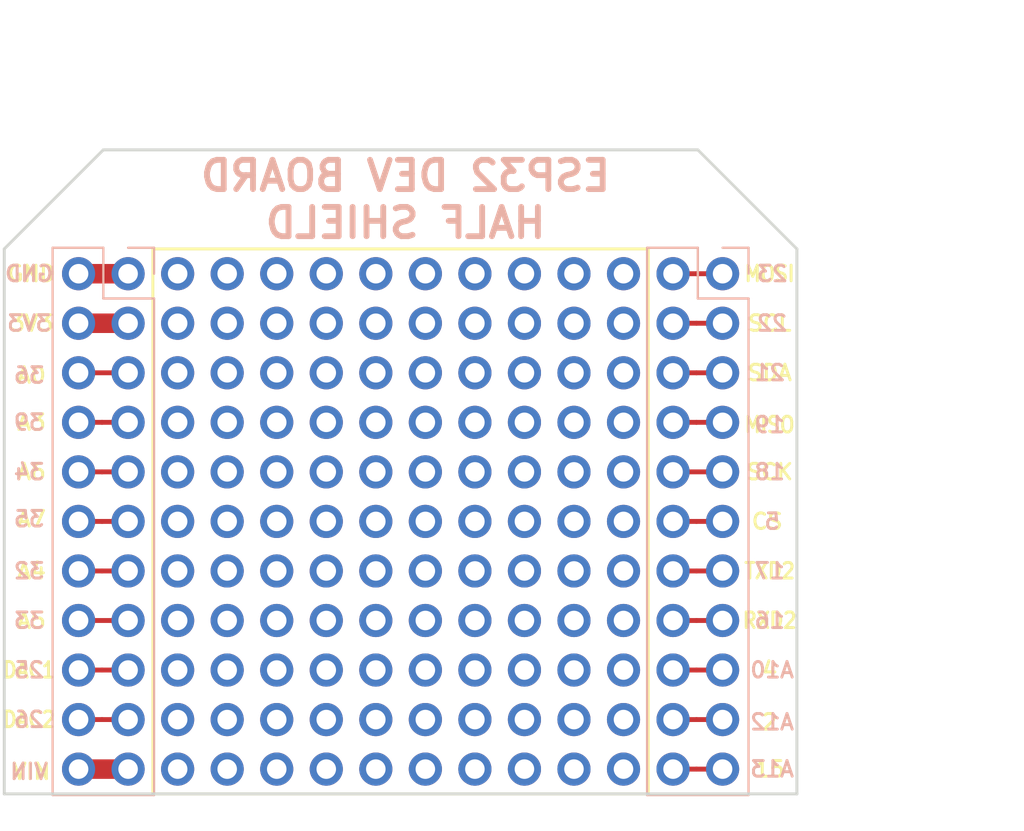
<source format=kicad_pcb>
(kicad_pcb (version 20171130) (host pcbnew 5.0.1)

  (general
    (thickness 1.6)
    (drawings 53)
    (tracks 38)
    (zones 0)
    (modules 3)
    (nets 23)
  )

  (page A4)
  (layers
    (0 F.Cu signal)
    (31 B.Cu signal)
    (32 B.Adhes user)
    (33 F.Adhes user)
    (34 B.Paste user)
    (35 F.Paste user)
    (36 B.SilkS user)
    (37 F.SilkS user)
    (38 B.Mask user)
    (39 F.Mask user)
    (40 Dwgs.User user)
    (41 Cmts.User user)
    (42 Eco1.User user)
    (43 Eco2.User user)
    (44 Edge.Cuts user)
    (45 Margin user)
    (46 B.CrtYd user)
    (47 F.CrtYd user)
    (48 B.Fab user)
    (49 F.Fab user)
  )

  (setup
    (last_trace_width 0.25)
    (trace_clearance 0.2)
    (zone_clearance 0.508)
    (zone_45_only no)
    (trace_min 0.2)
    (segment_width 0.2)
    (edge_width 0.15)
    (via_size 0.8)
    (via_drill 0.4)
    (via_min_size 0.4)
    (via_min_drill 0.3)
    (uvia_size 0.3)
    (uvia_drill 0.1)
    (uvias_allowed no)
    (uvia_min_size 0.2)
    (uvia_min_drill 0.1)
    (pcb_text_width 0.3)
    (pcb_text_size 1.5 1.5)
    (mod_edge_width 0.15)
    (mod_text_size 1 1)
    (mod_text_width 0.15)
    (pad_size 1.7 1.7)
    (pad_drill 1)
    (pad_to_mask_clearance 0.051)
    (solder_mask_min_width 0.25)
    (aux_axis_origin 0 0)
    (visible_elements FFFFFF7F)
    (pcbplotparams
      (layerselection 0x010f0_ffffffff)
      (usegerberextensions true)
      (usegerberattributes false)
      (usegerberadvancedattributes false)
      (creategerberjobfile false)
      (excludeedgelayer true)
      (linewidth 0.100000)
      (plotframeref false)
      (viasonmask false)
      (mode 1)
      (useauxorigin false)
      (hpglpennumber 1)
      (hpglpenspeed 20)
      (hpglpendiameter 15.000000)
      (psnegative false)
      (psa4output false)
      (plotreference false)
      (plotvalue false)
      (plotinvisibletext false)
      (padsonsilk false)
      (subtractmaskfromsilk true)
      (outputformat 1)
      (mirror false)
      (drillshape 0)
      (scaleselection 1)
      (outputdirectory ""))
  )

  (net 0 "")
  (net 1 /VIN)
  (net 2 /DAC2)
  (net 3 /DAC1)
  (net 4 /A5)
  (net 5 /A4)
  (net 6 /A7)
  (net 7 /A6)
  (net 8 /A3)
  (net 9 /A0)
  (net 10 /3V3)
  (net 11 GND)
  (net 12 /MOSI)
  (net 13 /SCL)
  (net 14 /SDA)
  (net 15 /MISO)
  (net 16 /SCK)
  (net 17 /CS)
  (net 18 /TXD2)
  (net 19 /RXD2)
  (net 20 /4)
  (net 21 /2)
  (net 22 /15)

  (net_class Default "これはデフォルトのネット クラスです。"
    (clearance 0.2)
    (trace_width 0.25)
    (via_dia 0.8)
    (via_drill 0.4)
    (uvia_dia 0.3)
    (uvia_drill 0.1)
    (add_net /15)
    (add_net /2)
    (add_net /4)
    (add_net /A0)
    (add_net /A3)
    (add_net /A4)
    (add_net /A5)
    (add_net /A6)
    (add_net /A7)
    (add_net /CS)
    (add_net /DAC1)
    (add_net /DAC2)
    (add_net /MISO)
    (add_net /MOSI)
    (add_net /RXD2)
    (add_net /SCK)
    (add_net /SCL)
    (add_net /SDA)
    (add_net /TXD2)
  )

  (net_class Power ""
    (clearance 0.2)
    (trace_width 1)
    (via_dia 1)
    (via_drill 0.5)
    (uvia_dia 0.3)
    (uvia_drill 0.1)
    (add_net /3V3)
    (add_net /VIN)
    (add_net GND)
  )

  (module Connector_PinHeader_2.54mm:PinHeader_2x11_P2.54mm_Vertical (layer B.Cu) (tedit 5C61170A) (tstamp 5C691BAE)
    (at 167.64 83.82 180)
    (descr "Through hole straight pin header, 2x11, 2.54mm pitch, double rows")
    (tags "Through hole pin header THT 2x11 2.54mm double row")
    (path /5C65C8EA)
    (fp_text reference J2 (at 1.27 2.33 180) (layer B.SilkS) hide
      (effects (font (size 1 1) (thickness 0.15)) (justify mirror))
    )
    (fp_text value Conn_01x22 (at 1.27 -27.73 180) (layer B.Fab)
      (effects (font (size 1 1) (thickness 0.15)) (justify mirror))
    )
    (fp_line (start 0 1.27) (end 3.81 1.27) (layer B.Fab) (width 0.1))
    (fp_line (start 3.81 1.27) (end 3.81 -26.67) (layer B.Fab) (width 0.1))
    (fp_line (start 3.81 -26.67) (end -1.27 -26.67) (layer B.Fab) (width 0.1))
    (fp_line (start -1.27 -26.67) (end -1.27 0) (layer B.Fab) (width 0.1))
    (fp_line (start -1.27 0) (end 0 1.27) (layer B.Fab) (width 0.1))
    (fp_line (start -1.33 -26.73) (end 3.87 -26.73) (layer B.SilkS) (width 0.12))
    (fp_line (start -1.33 -1.27) (end -1.33 -26.73) (layer B.SilkS) (width 0.12))
    (fp_line (start 3.87 1.33) (end 3.87 -26.73) (layer B.SilkS) (width 0.12))
    (fp_line (start -1.33 -1.27) (end 1.27 -1.27) (layer B.SilkS) (width 0.12))
    (fp_line (start 1.27 -1.27) (end 1.27 1.33) (layer B.SilkS) (width 0.12))
    (fp_line (start 1.27 1.33) (end 3.87 1.33) (layer B.SilkS) (width 0.12))
    (fp_line (start -1.33 0) (end -1.33 1.33) (layer B.SilkS) (width 0.12))
    (fp_line (start -1.33 1.33) (end 0 1.33) (layer B.SilkS) (width 0.12))
    (fp_line (start -1.8 1.8) (end -1.8 -27.2) (layer B.CrtYd) (width 0.05))
    (fp_line (start -1.8 -27.2) (end 4.35 -27.2) (layer B.CrtYd) (width 0.05))
    (fp_line (start 4.35 -27.2) (end 4.35 1.8) (layer B.CrtYd) (width 0.05))
    (fp_line (start 4.35 1.8) (end -1.8 1.8) (layer B.CrtYd) (width 0.05))
    (fp_text user %R (at 1.27 -12.7 90) (layer B.Fab)
      (effects (font (size 1 1) (thickness 0.15)) (justify mirror))
    )
    (pad 1 thru_hole circle (at 0 0 180) (size 1.7 1.7) (drill 1) (layers *.Cu *.Mask)
      (net 12 /MOSI))
    (pad 2 thru_hole oval (at 2.54 0 180) (size 1.7 1.7) (drill 1) (layers *.Cu *.Mask)
      (net 12 /MOSI))
    (pad 3 thru_hole oval (at 0 -2.54 180) (size 1.7 1.7) (drill 1) (layers *.Cu *.Mask)
      (net 13 /SCL))
    (pad 4 thru_hole oval (at 2.54 -2.54 180) (size 1.7 1.7) (drill 1) (layers *.Cu *.Mask)
      (net 13 /SCL))
    (pad 5 thru_hole oval (at 0 -5.08 180) (size 1.7 1.7) (drill 1) (layers *.Cu *.Mask)
      (net 14 /SDA))
    (pad 6 thru_hole oval (at 2.54 -5.08 180) (size 1.7 1.7) (drill 1) (layers *.Cu *.Mask)
      (net 14 /SDA))
    (pad 7 thru_hole oval (at 0 -7.62 180) (size 1.7 1.7) (drill 1) (layers *.Cu *.Mask)
      (net 15 /MISO))
    (pad 8 thru_hole oval (at 2.54 -7.62 180) (size 1.7 1.7) (drill 1) (layers *.Cu *.Mask)
      (net 15 /MISO))
    (pad 9 thru_hole oval (at 0 -10.16 180) (size 1.7 1.7) (drill 1) (layers *.Cu *.Mask)
      (net 16 /SCK))
    (pad 10 thru_hole oval (at 2.54 -10.16 180) (size 1.7 1.7) (drill 1) (layers *.Cu *.Mask)
      (net 16 /SCK))
    (pad 11 thru_hole oval (at 0 -12.7 180) (size 1.7 1.7) (drill 1) (layers *.Cu *.Mask)
      (net 17 /CS))
    (pad 12 thru_hole oval (at 2.54 -12.7 180) (size 1.7 1.7) (drill 1) (layers *.Cu *.Mask)
      (net 17 /CS))
    (pad 13 thru_hole oval (at 0 -15.24 180) (size 1.7 1.7) (drill 1) (layers *.Cu *.Mask)
      (net 18 /TXD2))
    (pad 14 thru_hole oval (at 2.54 -15.24 180) (size 1.7 1.7) (drill 1) (layers *.Cu *.Mask)
      (net 18 /TXD2))
    (pad 15 thru_hole oval (at 0 -17.78 180) (size 1.7 1.7) (drill 1) (layers *.Cu *.Mask)
      (net 19 /RXD2))
    (pad 16 thru_hole oval (at 2.54 -17.78 180) (size 1.7 1.7) (drill 1) (layers *.Cu *.Mask)
      (net 19 /RXD2))
    (pad 17 thru_hole oval (at 0 -20.32 180) (size 1.7 1.7) (drill 1) (layers *.Cu *.Mask)
      (net 20 /4))
    (pad 18 thru_hole oval (at 2.54 -20.32 180) (size 1.7 1.7) (drill 1) (layers *.Cu *.Mask)
      (net 20 /4))
    (pad 19 thru_hole oval (at 0 -22.86 180) (size 1.7 1.7) (drill 1) (layers *.Cu *.Mask)
      (net 21 /2))
    (pad 20 thru_hole oval (at 2.54 -22.86 180) (size 1.7 1.7) (drill 1) (layers *.Cu *.Mask)
      (net 21 /2))
    (pad 21 thru_hole oval (at 0 -25.4 180) (size 1.7 1.7) (drill 1) (layers *.Cu *.Mask)
      (net 22 /15))
    (pad 22 thru_hole oval (at 2.54 -25.4 180) (size 1.7 1.7) (drill 1) (layers *.Cu *.Mask)
      (net 22 /15))
    (model ${KISYS3DMOD}/Connector_PinHeader_2.54mm.3dshapes/PinHeader_2x11_P2.54mm_Vertical.wrl
      (at (xyz 0 0 0))
      (scale (xyz 1 1 1))
      (rotate (xyz 0 0 0))
    )
  )

  (module Connector_PinHeader_2.54mm:PinHeader_2x11_P2.54mm_Vertical (layer B.Cu) (tedit 5C611705) (tstamp 5C691B82)
    (at 137.16 83.82 180)
    (descr "Through hole straight pin header, 2x11, 2.54mm pitch, double rows")
    (tags "Through hole pin header THT 2x11 2.54mm double row")
    (path /5C65C92D)
    (fp_text reference J1 (at 1.27 2.33 180) (layer B.SilkS) hide
      (effects (font (size 1 1) (thickness 0.15)) (justify mirror))
    )
    (fp_text value Conn_01x22 (at 1.27 -27.73 180) (layer B.Fab)
      (effects (font (size 1 1) (thickness 0.15)) (justify mirror))
    )
    (fp_text user %R (at 1.27 -12.7 90) (layer B.Fab)
      (effects (font (size 1 1) (thickness 0.15)) (justify mirror))
    )
    (fp_line (start 4.35 1.8) (end -1.8 1.8) (layer B.CrtYd) (width 0.05))
    (fp_line (start 4.35 -27.2) (end 4.35 1.8) (layer B.CrtYd) (width 0.05))
    (fp_line (start -1.8 -27.2) (end 4.35 -27.2) (layer B.CrtYd) (width 0.05))
    (fp_line (start -1.8 1.8) (end -1.8 -27.2) (layer B.CrtYd) (width 0.05))
    (fp_line (start -1.33 1.33) (end 0 1.33) (layer B.SilkS) (width 0.12))
    (fp_line (start -1.33 0) (end -1.33 1.33) (layer B.SilkS) (width 0.12))
    (fp_line (start 1.27 1.33) (end 3.87 1.33) (layer B.SilkS) (width 0.12))
    (fp_line (start 1.27 -1.27) (end 1.27 1.33) (layer B.SilkS) (width 0.12))
    (fp_line (start -1.33 -1.27) (end 1.27 -1.27) (layer B.SilkS) (width 0.12))
    (fp_line (start 3.87 1.33) (end 3.87 -26.73) (layer B.SilkS) (width 0.12))
    (fp_line (start -1.33 -1.27) (end -1.33 -26.73) (layer B.SilkS) (width 0.12))
    (fp_line (start -1.33 -26.73) (end 3.87 -26.73) (layer B.SilkS) (width 0.12))
    (fp_line (start -1.27 0) (end 0 1.27) (layer B.Fab) (width 0.1))
    (fp_line (start -1.27 -26.67) (end -1.27 0) (layer B.Fab) (width 0.1))
    (fp_line (start 3.81 -26.67) (end -1.27 -26.67) (layer B.Fab) (width 0.1))
    (fp_line (start 3.81 1.27) (end 3.81 -26.67) (layer B.Fab) (width 0.1))
    (fp_line (start 0 1.27) (end 3.81 1.27) (layer B.Fab) (width 0.1))
    (pad 22 thru_hole oval (at 2.54 -25.4 180) (size 1.7 1.7) (drill 1) (layers *.Cu *.Mask)
      (net 1 /VIN))
    (pad 21 thru_hole oval (at 0 -25.4 180) (size 1.7 1.7) (drill 1) (layers *.Cu *.Mask)
      (net 1 /VIN))
    (pad 20 thru_hole oval (at 2.54 -22.86 180) (size 1.7 1.7) (drill 1) (layers *.Cu *.Mask)
      (net 2 /DAC2))
    (pad 19 thru_hole oval (at 0 -22.86 180) (size 1.7 1.7) (drill 1) (layers *.Cu *.Mask)
      (net 2 /DAC2))
    (pad 18 thru_hole oval (at 2.54 -20.32 180) (size 1.7 1.7) (drill 1) (layers *.Cu *.Mask)
      (net 3 /DAC1))
    (pad 17 thru_hole oval (at 0 -20.32 180) (size 1.7 1.7) (drill 1) (layers *.Cu *.Mask)
      (net 3 /DAC1))
    (pad 16 thru_hole oval (at 2.54 -17.78 180) (size 1.7 1.7) (drill 1) (layers *.Cu *.Mask)
      (net 4 /A5))
    (pad 15 thru_hole oval (at 0 -17.78 180) (size 1.7 1.7) (drill 1) (layers *.Cu *.Mask)
      (net 4 /A5))
    (pad 14 thru_hole oval (at 2.54 -15.24 180) (size 1.7 1.7) (drill 1) (layers *.Cu *.Mask)
      (net 5 /A4))
    (pad 13 thru_hole oval (at 0 -15.24 180) (size 1.7 1.7) (drill 1) (layers *.Cu *.Mask)
      (net 5 /A4))
    (pad 12 thru_hole oval (at 2.54 -12.7 180) (size 1.7 1.7) (drill 1) (layers *.Cu *.Mask)
      (net 6 /A7))
    (pad 11 thru_hole oval (at 0 -12.7 180) (size 1.7 1.7) (drill 1) (layers *.Cu *.Mask)
      (net 6 /A7))
    (pad 10 thru_hole oval (at 2.54 -10.16 180) (size 1.7 1.7) (drill 1) (layers *.Cu *.Mask)
      (net 7 /A6))
    (pad 9 thru_hole oval (at 0 -10.16 180) (size 1.7 1.7) (drill 1) (layers *.Cu *.Mask)
      (net 7 /A6))
    (pad 8 thru_hole oval (at 2.54 -7.62 180) (size 1.7 1.7) (drill 1) (layers *.Cu *.Mask)
      (net 8 /A3))
    (pad 7 thru_hole oval (at 0 -7.62 180) (size 1.7 1.7) (drill 1) (layers *.Cu *.Mask)
      (net 8 /A3))
    (pad 6 thru_hole oval (at 2.54 -5.08 180) (size 1.7 1.7) (drill 1) (layers *.Cu *.Mask)
      (net 9 /A0))
    (pad 5 thru_hole oval (at 0 -5.08 180) (size 1.7 1.7) (drill 1) (layers *.Cu *.Mask)
      (net 9 /A0))
    (pad 4 thru_hole oval (at 2.54 -2.54 180) (size 1.7 1.7) (drill 1) (layers *.Cu *.Mask)
      (net 10 /3V3))
    (pad 3 thru_hole oval (at 0 -2.54 180) (size 1.7 1.7) (drill 1) (layers *.Cu *.Mask)
      (net 10 /3V3))
    (pad 2 thru_hole oval (at 2.54 0 180) (size 1.7 1.7) (drill 1) (layers *.Cu *.Mask)
      (net 11 GND))
    (pad 1 thru_hole circle (at 0 0 180) (size 1.7 1.7) (drill 1) (layers *.Cu *.Mask)
      (net 11 GND))
    (model ${KISYS3DMOD}/Connector_PinHeader_2.54mm.3dshapes/PinHeader_2x11_P2.54mm_Vertical.wrl
      (at (xyz 0 0 0))
      (scale (xyz 1 1 1))
      (rotate (xyz 0 0 0))
    )
  )

  (module lib:Prototype_Area_2.54mm_11x10 (layer F.Cu) (tedit 5C6118E2) (tstamp 5C617B84)
    (at 139.7 83.82 90)
    (descr "Prototype Area 09x10")
    (tags "Prototype Area 9x10 2.54mm")
    (fp_text reference J1 (at -3.81 -2.54 90) (layer F.SilkS) hide
      (effects (font (size 1 1) (thickness 0.15)))
    )
    (fp_text value 11x10 (at -10.16 25.4 90) (layer F.Fab)
      (effects (font (size 1 1) (thickness 0.15)))
    )
    (fp_line (start -26.67 24.13) (end -26.67 -1.27) (layer F.SilkS) (width 0.15))
    (fp_line (start 1.27 24.13) (end -26.67 24.13) (layer F.SilkS) (width 0.15))
    (fp_line (start 1.27 -1.27) (end 1.27 24.13) (layer F.SilkS) (width 0.15))
    (fp_line (start -26.67 -1.27) (end 1.27 -1.27) (layer F.SilkS) (width 0.15))
    (pad 34 thru_hole oval (at -25.4 7.62 90) (size 1.7 1.7) (drill 1) (layers *.Cu *.Mask))
    (pad 99 thru_hole oval (at -25.4 20.32 90) (size 1.7 1.7) (drill 1) (layers *.Cu *.Mask))
    (pad 11 thru_hole oval (at -25.4 0 90) (size 1.7 1.7) (drill 1) (layers *.Cu *.Mask))
    (pad 77 thru_hole oval (at -25.4 15.24 90) (size 1.7 1.7) (drill 1) (layers *.Cu *.Mask))
    (pad 100 thru_hole oval (at -25.4 22.86 90) (size 1.7 1.7) (drill 1) (layers *.Cu *.Mask))
    (pad 55 thru_hole oval (at -25.4 10.16 90) (size 1.7 1.7) (drill 1) (layers *.Cu *.Mask))
    (pad 12 thru_hole oval (at -25.4 2.54 90) (size 1.7 1.7) (drill 1) (layers *.Cu *.Mask))
    (pad 33 thru_hole oval (at -25.4 5.08 90) (size 1.7 1.7) (drill 1) (layers *.Cu *.Mask))
    (pad 78 thru_hole oval (at -25.4 17.78 90) (size 1.7 1.7) (drill 1) (layers *.Cu *.Mask))
    (pad 56 thru_hole oval (at -25.4 12.7 90) (size 1.7 1.7) (drill 1) (layers *.Cu *.Mask))
    (pad 1 thru_hole circle (at 0 0 90) (size 1.7 1.7) (drill 1) (layers *.Cu *.Mask))
    (pad 2 thru_hole oval (at -2.54 0 90) (size 1.7 1.7) (drill 1) (layers *.Cu *.Mask))
    (pad 22 thru_hole oval (at 0 2.54 90) (size 1.7 1.7) (drill 1) (layers *.Cu *.Mask))
    (pad 21 thru_hole oval (at -2.54 2.54 90) (size 1.7 1.7) (drill 1) (layers *.Cu *.Mask))
    (pad 23 thru_hole oval (at 0 5.08 90) (size 1.7 1.7) (drill 1) (layers *.Cu *.Mask))
    (pad 24 thru_hole oval (at -2.54 5.08 90) (size 1.7 1.7) (drill 1) (layers *.Cu *.Mask))
    (pad 44 thru_hole oval (at 0 7.62 90) (size 1.7 1.7) (drill 1) (layers *.Cu *.Mask))
    (pad 43 thru_hole oval (at -2.54 7.62 90) (size 1.7 1.7) (drill 1) (layers *.Cu *.Mask))
    (pad 45 thru_hole oval (at 0 10.16 90) (size 1.7 1.7) (drill 1) (layers *.Cu *.Mask))
    (pad 46 thru_hole oval (at -2.54 10.16 90) (size 1.7 1.7) (drill 1) (layers *.Cu *.Mask))
    (pad 66 thru_hole oval (at 0 12.7 90) (size 1.7 1.7) (drill 1) (layers *.Cu *.Mask))
    (pad 65 thru_hole oval (at -2.54 12.7 90) (size 1.7 1.7) (drill 1) (layers *.Cu *.Mask))
    (pad 67 thru_hole oval (at 0 15.24 90) (size 1.7 1.7) (drill 1) (layers *.Cu *.Mask))
    (pad 68 thru_hole oval (at -2.54 15.24 90) (size 1.7 1.7) (drill 1) (layers *.Cu *.Mask))
    (pad 88 thru_hole oval (at 0 17.78 90) (size 1.7 1.7) (drill 1) (layers *.Cu *.Mask))
    (pad 87 thru_hole oval (at -2.54 17.78 90) (size 1.7 1.7) (drill 1) (layers *.Cu *.Mask))
    (pad 89 thru_hole oval (at 0 20.32 90) (size 1.7 1.7) (drill 1) (layers *.Cu *.Mask))
    (pad 90 thru_hole oval (at -2.54 20.32 90) (size 1.7 1.7) (drill 1) (layers *.Cu *.Mask))
    (pad 110 thru_hole oval (at 0 22.86 90) (size 1.7 1.7) (drill 1) (layers *.Cu *.Mask))
    (pad 109 thru_hole oval (at -2.54 22.86 90) (size 1.7 1.7) (drill 1) (layers *.Cu *.Mask))
    (pad 3 thru_hole oval (at -5.08 0 90) (size 1.7 1.7) (drill 1) (layers *.Cu *.Mask))
    (pad 4 thru_hole oval (at -7.62 0 90) (size 1.7 1.7) (drill 1) (layers *.Cu *.Mask))
    (pad 20 thru_hole oval (at -5.08 2.54 90) (size 1.7 1.7) (drill 1) (layers *.Cu *.Mask))
    (pad 19 thru_hole oval (at -7.62 2.54 90) (size 1.7 1.7) (drill 1) (layers *.Cu *.Mask))
    (pad 25 thru_hole oval (at -5.08 5.08 90) (size 1.7 1.7) (drill 1) (layers *.Cu *.Mask))
    (pad 26 thru_hole oval (at -7.62 5.08 90) (size 1.7 1.7) (drill 1) (layers *.Cu *.Mask))
    (pad 42 thru_hole oval (at -5.08 7.62 90) (size 1.7 1.7) (drill 1) (layers *.Cu *.Mask))
    (pad 41 thru_hole oval (at -7.62 7.62 90) (size 1.7 1.7) (drill 1) (layers *.Cu *.Mask))
    (pad 47 thru_hole oval (at -5.08 10.16 90) (size 1.7 1.7) (drill 1) (layers *.Cu *.Mask))
    (pad 48 thru_hole oval (at -7.62 10.16 90) (size 1.7 1.7) (drill 1) (layers *.Cu *.Mask))
    (pad 64 thru_hole oval (at -5.08 12.7 90) (size 1.7 1.7) (drill 1) (layers *.Cu *.Mask))
    (pad 63 thru_hole oval (at -7.62 12.7 90) (size 1.7 1.7) (drill 1) (layers *.Cu *.Mask))
    (pad 69 thru_hole oval (at -5.08 15.24 90) (size 1.7 1.7) (drill 1) (layers *.Cu *.Mask))
    (pad 70 thru_hole oval (at -7.62 15.24 90) (size 1.7 1.7) (drill 1) (layers *.Cu *.Mask))
    (pad 86 thru_hole oval (at -5.08 17.78 90) (size 1.7 1.7) (drill 1) (layers *.Cu *.Mask))
    (pad 85 thru_hole oval (at -7.62 17.78 90) (size 1.7 1.7) (drill 1) (layers *.Cu *.Mask))
    (pad 91 thru_hole oval (at -5.08 20.32 90) (size 1.7 1.7) (drill 1) (layers *.Cu *.Mask))
    (pad 92 thru_hole oval (at -7.62 20.32 90) (size 1.7 1.7) (drill 1) (layers *.Cu *.Mask))
    (pad 108 thru_hole oval (at -5.08 22.86 90) (size 1.7 1.7) (drill 1) (layers *.Cu *.Mask))
    (pad 107 thru_hole oval (at -7.62 22.86 90) (size 1.7 1.7) (drill 1) (layers *.Cu *.Mask))
    (pad 6 thru_hole oval (at -12.7 0 90) (size 1.7 1.7) (drill 1) (layers *.Cu *.Mask))
    (pad 72 thru_hole oval (at -12.7 15.24 90) (size 1.7 1.7) (drill 1) (layers *.Cu *.Mask))
    (pad 103 thru_hole oval (at -17.78 22.86 90) (size 1.7 1.7) (drill 1) (layers *.Cu *.Mask))
    (pad 74 thru_hole oval (at -17.78 15.24 90) (size 1.7 1.7) (drill 1) (layers *.Cu *.Mask))
    (pad 60 thru_hole oval (at -15.24 12.7 90) (size 1.7 1.7) (drill 1) (layers *.Cu *.Mask))
    (pad 29 thru_hole oval (at -15.24 5.08 90) (size 1.7 1.7) (drill 1) (layers *.Cu *.Mask))
    (pad 62 thru_hole oval (at -10.16 12.7 90) (size 1.7 1.7) (drill 1) (layers *.Cu *.Mask))
    (pad 94 thru_hole oval (at -12.7 20.32 90) (size 1.7 1.7) (drill 1) (layers *.Cu *.Mask))
    (pad 37 thru_hole oval (at -17.78 7.62 90) (size 1.7 1.7) (drill 1) (layers *.Cu *.Mask))
    (pad 5 thru_hole circle (at -10.16 0 90) (size 1.7 1.7) (drill 1) (layers *.Cu *.Mask))
    (pad 84 thru_hole oval (at -10.16 17.78 90) (size 1.7 1.7) (drill 1) (layers *.Cu *.Mask))
    (pad 105 thru_hole oval (at -12.7 22.86 90) (size 1.7 1.7) (drill 1) (layers *.Cu *.Mask))
    (pad 18 thru_hole oval (at -10.16 2.54 90) (size 1.7 1.7) (drill 1) (layers *.Cu *.Mask))
    (pad 106 thru_hole oval (at -10.16 22.86 90) (size 1.7 1.7) (drill 1) (layers *.Cu *.Mask))
    (pad 73 thru_hole oval (at -15.24 15.24 90) (size 1.7 1.7) (drill 1) (layers *.Cu *.Mask))
    (pad 50 thru_hole oval (at -12.7 10.16 90) (size 1.7 1.7) (drill 1) (layers *.Cu *.Mask))
    (pad 39 thru_hole oval (at -12.7 7.62 90) (size 1.7 1.7) (drill 1) (layers *.Cu *.Mask))
    (pad 16 thru_hole oval (at -15.24 2.54 90) (size 1.7 1.7) (drill 1) (layers *.Cu *.Mask))
    (pad 8 thru_hole oval (at -17.78 0 90) (size 1.7 1.7) (drill 1) (layers *.Cu *.Mask))
    (pad 17 thru_hole oval (at -12.7 2.54 90) (size 1.7 1.7) (drill 1) (layers *.Cu *.Mask))
    (pad 71 thru_hole oval (at -10.16 15.24 90) (size 1.7 1.7) (drill 1) (layers *.Cu *.Mask))
    (pad 49 thru_hole oval (at -10.16 10.16 90) (size 1.7 1.7) (drill 1) (layers *.Cu *.Mask))
    (pad 30 thru_hole oval (at -17.78 5.08 90) (size 1.7 1.7) (drill 1) (layers *.Cu *.Mask))
    (pad 59 thru_hole oval (at -17.78 12.7 90) (size 1.7 1.7) (drill 1) (layers *.Cu *.Mask))
    (pad 81 thru_hole oval (at -17.78 17.78 90) (size 1.7 1.7) (drill 1) (layers *.Cu *.Mask))
    (pad 7 thru_hole oval (at -15.24 0 90) (size 1.7 1.7) (drill 1) (layers *.Cu *.Mask))
    (pad 96 thru_hole oval (at -17.78 20.32 90) (size 1.7 1.7) (drill 1) (layers *.Cu *.Mask))
    (pad 82 thru_hole oval (at -15.24 17.78 90) (size 1.7 1.7) (drill 1) (layers *.Cu *.Mask))
    (pad 61 thru_hole oval (at -12.7 12.7 90) (size 1.7 1.7) (drill 1) (layers *.Cu *.Mask))
    (pad 38 thru_hole oval (at -15.24 7.62 90) (size 1.7 1.7) (drill 1) (layers *.Cu *.Mask))
    (pad 104 thru_hole oval (at -15.24 22.86 90) (size 1.7 1.7) (drill 1) (layers *.Cu *.Mask))
    (pad 15 thru_hole oval (at -17.78 2.54 90) (size 1.7 1.7) (drill 1) (layers *.Cu *.Mask))
    (pad 51 thru_hole oval (at -15.24 10.16 90) (size 1.7 1.7) (drill 1) (layers *.Cu *.Mask))
    (pad 52 thru_hole oval (at -17.78 10.16 90) (size 1.7 1.7) (drill 1) (layers *.Cu *.Mask))
    (pad 27 thru_hole oval (at -10.16 5.08 90) (size 1.7 1.7) (drill 1) (layers *.Cu *.Mask))
    (pad 40 thru_hole oval (at -10.16 7.62 90) (size 1.7 1.7) (drill 1) (layers *.Cu *.Mask))
    (pad 28 thru_hole oval (at -12.7 5.08 90) (size 1.7 1.7) (drill 1) (layers *.Cu *.Mask))
    (pad 83 thru_hole oval (at -12.7 17.78 90) (size 1.7 1.7) (drill 1) (layers *.Cu *.Mask))
    (pad 93 thru_hole oval (at -10.16 20.32 90) (size 1.7 1.7) (drill 1) (layers *.Cu *.Mask))
    (pad 95 thru_hole oval (at -15.24 20.32 90) (size 1.7 1.7) (drill 1) (layers *.Cu *.Mask))
    (pad 14 thru_hole oval (at -20.32 2.54 90) (size 1.7 1.7) (drill 1) (layers *.Cu *.Mask))
    (pad 53 thru_hole oval (at -20.32 10.16 90) (size 1.7 1.7) (drill 1) (layers *.Cu *.Mask))
    (pad 102 thru_hole oval (at -20.32 22.86 90) (size 1.7 1.7) (drill 1) (layers *.Cu *.Mask))
    (pad 9 thru_hole oval (at -20.32 0 90) (size 1.7 1.7) (drill 1) (layers *.Cu *.Mask))
    (pad 31 thru_hole oval (at -20.32 5.08 90) (size 1.7 1.7) (drill 1) (layers *.Cu *.Mask))
    (pad 58 thru_hole oval (at -20.32 12.7 90) (size 1.7 1.7) (drill 1) (layers *.Cu *.Mask))
    (pad 80 thru_hole oval (at -20.32 17.78 90) (size 1.7 1.7) (drill 1) (layers *.Cu *.Mask))
    (pad 97 thru_hole oval (at -20.32 20.32 90) (size 1.7 1.7) (drill 1) (layers *.Cu *.Mask))
    (pad 36 thru_hole oval (at -20.32 7.62 90) (size 1.7 1.7) (drill 1) (layers *.Cu *.Mask))
    (pad 75 thru_hole oval (at -20.32 15.24 90) (size 1.7 1.7) (drill 1) (layers *.Cu *.Mask))
    (pad 13 thru_hole oval (at -22.86 2.54 90) (size 1.7 1.7) (drill 1) (layers *.Cu *.Mask))
    (pad 54 thru_hole oval (at -22.86 10.16 90) (size 1.7 1.7) (drill 1) (layers *.Cu *.Mask))
    (pad 101 thru_hole oval (at -22.86 22.86 90) (size 1.7 1.7) (drill 1) (layers *.Cu *.Mask))
    (pad 10 thru_hole oval (at -22.86 0 90) (size 1.7 1.7) (drill 1) (layers *.Cu *.Mask))
    (pad 32 thru_hole oval (at -22.86 5.08 90) (size 1.7 1.7) (drill 1) (layers *.Cu *.Mask))
    (pad 57 thru_hole oval (at -22.86 12.7 90) (size 1.7 1.7) (drill 1) (layers *.Cu *.Mask))
    (pad 79 thru_hole oval (at -22.86 17.78 90) (size 1.7 1.7) (drill 1) (layers *.Cu *.Mask))
    (pad 98 thru_hole oval (at -22.86 20.32 90) (size 1.7 1.7) (drill 1) (layers *.Cu *.Mask))
    (pad 35 thru_hole oval (at -22.86 7.62 90) (size 1.7 1.7) (drill 1) (layers *.Cu *.Mask))
    (pad 76 thru_hole oval (at -22.86 15.24 90) (size 1.7 1.7) (drill 1) (layers *.Cu *.Mask))
  )

  (gr_text "ESP32 DEV BOARD\nHALF SHIELD" (at 151.384 80.01) (layer B.SilkS)
    (effects (font (size 1.5 1.5) (thickness 0.3)) (justify mirror))
  )
  (gr_text A13 (at 170.18 109.22) (layer B.SilkS) (tstamp 5C622D1D)
    (effects (font (size 0.8 0.8) (thickness 0.15)) (justify mirror))
  )
  (gr_text A12 (at 170.18 106.807) (layer B.SilkS) (tstamp 5C622AB2)
    (effects (font (size 0.8 0.8) (thickness 0.15)) (justify mirror))
  )
  (gr_text A10 (at 170.18 104.14) (layer B.SilkS) (tstamp 5C622847)
    (effects (font (size 0.8 0.8) (thickness 0.15)) (justify mirror))
  )
  (gr_text 16 (at 170.053 101.6) (layer B.SilkS) (tstamp 5C6225DA)
    (effects (font (size 0.8 0.8) (thickness 0.15)) (justify mirror))
  )
  (gr_text 17 (at 170.053 99.06) (layer B.SilkS) (tstamp 5C62236F)
    (effects (font (size 0.8 0.8) (thickness 0.15)) (justify mirror))
  )
  (gr_text 5 (at 170.18 96.52) (layer B.SilkS) (tstamp 5C622104)
    (effects (font (size 0.8 0.8) (thickness 0.15)) (justify mirror))
  )
  (gr_text 18 (at 170.053 93.98) (layer B.SilkS) (tstamp 5C621E99)
    (effects (font (size 0.8 0.8) (thickness 0.15)) (justify mirror))
  )
  (gr_text 19 (at 170.053 91.567) (layer B.SilkS) (tstamp 5C621C2E)
    (effects (font (size 0.8 0.8) (thickness 0.15)) (justify mirror))
  )
  (gr_text 21 (at 170.053 88.9) (layer B.SilkS) (tstamp 5C6219C3)
    (effects (font (size 0.8 0.8) (thickness 0.15)) (justify mirror))
  )
  (gr_text 22 (at 170.18 86.36) (layer B.SilkS) (tstamp 5C621758)
    (effects (font (size 0.8 0.8) (thickness 0.15)) (justify mirror))
  )
  (gr_text 23 (at 170.18 83.82) (layer B.SilkS) (tstamp 5C62101A)
    (effects (font (size 0.8 0.8) (thickness 0.15)) (justify mirror))
  )
  (gr_text SCL (at 170.053 86.36) (layer F.SilkS) (tstamp 5C620671)
    (effects (font (size 0.8 0.8) (thickness 0.15)))
  )
  (gr_text SDA (at 170.053 88.9) (layer F.SilkS) (tstamp 5C62019B)
    (effects (font (size 0.8 0.8) (thickness 0.15)))
  )
  (gr_text SCK (at 170.053 93.98) (layer F.SilkS) (tstamp 5C61FF30)
    (effects (font (size 0.8 0.8) (thickness 0.15)))
  )
  (gr_text CS (at 169.926 96.52) (layer F.SilkS) (tstamp 5C61FCC5)
    (effects (font (size 0.8 0.8) (thickness 0.15)))
  )
  (gr_text 15 (at 170.053 109.22) (layer F.SilkS) (tstamp 5C61FA57)
    (effects (font (size 0.8 0.8) (thickness 0.15)))
  )
  (gr_text 2 (at 170.053 106.807) (layer F.SilkS) (tstamp 5C61F7EC)
    (effects (font (size 0.8 0.8) (thickness 0.15)))
  )
  (gr_text 4 (at 170.053 104.14) (layer F.SilkS) (tstamp 5C61F581)
    (effects (font (size 0.8 0.8) (thickness 0.15)))
  )
  (gr_text RXD2 (at 170.053 101.6) (layer F.SilkS) (tstamp 5C61EE40)
    (effects (font (size 0.8 0.7) (thickness 0.15)))
  )
  (gr_text TXD2 (at 170.053 99.06) (layer F.SilkS) (tstamp 5C61E96D)
    (effects (font (size 0.8 0.7) (thickness 0.15)))
  )
  (gr_text MISO (at 170.053 91.567) (layer F.SilkS) (tstamp 5C61E22C)
    (effects (font (size 0.8 0.7) (thickness 0.15)))
  )
  (gr_text 26 (at 132.08 106.68) (layer B.SilkS) (tstamp 5C61DFC0)
    (effects (font (size 0.8 0.8) (thickness 0.15)) (justify mirror))
  )
  (gr_text 25 (at 132.08 104.14) (layer B.SilkS) (tstamp 5C61DD55)
    (effects (font (size 0.8 0.8) (thickness 0.15)) (justify mirror))
  )
  (gr_text VIN (at 132.207 109.347) (layer F.SilkS) (tstamp 5C61D870)
    (effects (font (size 0.8 0.8) (thickness 0.15)))
  )
  (gr_text VIN (at 132.08 109.347) (layer B.SilkS) (tstamp 5C61D86F)
    (effects (font (size 0.8 0.8) (thickness 0.15)) (justify mirror))
  )
  (gr_text DAC2 (at 132.08 106.68) (layer F.SilkS) (tstamp 5C61D600)
    (effects (font (size 0.8 0.7) (thickness 0.15)))
  )
  (gr_text DAC1 (at 132.08 104.14) (layer F.SilkS) (tstamp 5C61CEBE)
    (effects (font (size 0.8 0.7) (thickness 0.15)))
  )
  (gr_text A5 (at 132.207 101.6) (layer F.SilkS) (tstamp 5C61CC4D)
    (effects (font (size 0.8 0.8) (thickness 0.15)))
  )
  (gr_text 33 (at 132.08 101.6) (layer B.SilkS) (tstamp 5C61CC4C)
    (effects (font (size 0.8 0.8) (thickness 0.15)) (justify mirror))
  )
  (gr_text A4 (at 132.207 99.06) (layer F.SilkS) (tstamp 5C61C9DA)
    (effects (font (size 0.8 0.8) (thickness 0.15)))
  )
  (gr_text 32 (at 132.08 99.06) (layer B.SilkS) (tstamp 5C61C9D9)
    (effects (font (size 0.8 0.8) (thickness 0.15)) (justify mirror))
  )
  (gr_text 35 (at 132.08 96.393) (layer B.SilkS) (tstamp 5C61C767)
    (effects (font (size 0.8 0.8) (thickness 0.15)) (justify mirror))
  )
  (gr_text A7 (at 132.207 96.393) (layer F.SilkS) (tstamp 5C61C766)
    (effects (font (size 0.8 0.8) (thickness 0.15)))
  )
  (gr_text 34 (at 132.08 93.98) (layer B.SilkS) (tstamp 5C61C4F4)
    (effects (font (size 0.8 0.8) (thickness 0.15)) (justify mirror))
  )
  (gr_text A6 (at 132.207 93.98) (layer F.SilkS) (tstamp 5C61C4F3)
    (effects (font (size 0.8 0.8) (thickness 0.15)))
  )
  (gr_text 39 (at 132.08 91.44) (layer B.SilkS) (tstamp 5C61C281)
    (effects (font (size 0.8 0.8) (thickness 0.15)) (justify mirror))
  )
  (gr_text A3 (at 132.207 91.44) (layer F.SilkS) (tstamp 5C61C280)
    (effects (font (size 0.8 0.8) (thickness 0.15)))
  )
  (gr_text "A0\n" (at 132.207 89.027) (layer F.SilkS) (tstamp 5C61B8D4)
    (effects (font (size 0.8 0.8) (thickness 0.15)))
  )
  (gr_text 36 (at 132.08 89.027) (layer B.SilkS) (tstamp 5C61B8D3)
    (effects (font (size 0.8 0.8) (thickness 0.15)) (justify mirror))
  )
  (gr_text 3V3 (at 132.08 86.36) (layer B.SilkS) (tstamp 5C61B192)
    (effects (font (size 0.8 0.8) (thickness 0.15)) (justify mirror))
  )
  (gr_text 3V3 (at 132.207 86.36) (layer F.SilkS) (tstamp 5C61B191)
    (effects (font (size 0.8 0.8) (thickness 0.15)))
  )
  (gr_text GND (at 132.08 83.82) (layer B.SilkS) (tstamp 5C61A30E)
    (effects (font (size 0.8 0.8) (thickness 0.15)) (justify mirror))
  )
  (gr_line (start 166.37 77.47) (end 171.45 82.55) (layer Edge.Cuts) (width 0.15))
  (gr_line (start 135.89 77.47) (end 130.81 82.55) (layer Edge.Cuts) (width 0.15))
  (gr_text GND (at 132.207 83.82) (layer F.SilkS)
    (effects (font (size 0.8 0.8) (thickness 0.15)))
  )
  (gr_text MOSI (at 170.053 83.82) (layer F.SilkS)
    (effects (font (size 0.8 0.7) (thickness 0.15)))
  )
  (dimension 33.02 (width 0.3) (layer Cmts.User)
    (gr_text "33.020 mm" (at 181.17 93.98 270) (layer Cmts.User) (tstamp 5C61D1B1)
      (effects (font (size 1.5 1.5) (thickness 0.3)))
    )
    (feature1 (pts (xy 175.26 110.49) (xy 179.656421 110.49)))
    (feature2 (pts (xy 175.26 77.47) (xy 179.656421 77.47)))
    (crossbar (pts (xy 179.07 77.47) (xy 179.07 110.49)))
    (arrow1a (pts (xy 179.07 110.49) (xy 178.483579 109.363496)))
    (arrow1b (pts (xy 179.07 110.49) (xy 179.656421 109.363496)))
    (arrow2a (pts (xy 179.07 77.47) (xy 178.483579 78.596504)))
    (arrow2b (pts (xy 179.07 77.47) (xy 179.656421 78.596504)))
  )
  (dimension 40.64 (width 0.3) (layer Cmts.User)
    (gr_text "40.640 mm" (at 151.13 70.890446) (layer Cmts.User)
      (effects (font (size 1.5 1.5) (thickness 0.3)))
    )
    (feature1 (pts (xy 171.45 75.530446) (xy 171.45 72.404025)))
    (feature2 (pts (xy 130.81 75.530446) (xy 130.81 72.404025)))
    (crossbar (pts (xy 130.81 72.990446) (xy 171.45 72.990446)))
    (arrow1a (pts (xy 171.45 72.990446) (xy 170.323496 73.576867)))
    (arrow1b (pts (xy 171.45 72.990446) (xy 170.323496 72.404025)))
    (arrow2a (pts (xy 130.81 72.990446) (xy 131.936504 73.576867)))
    (arrow2b (pts (xy 130.81 72.990446) (xy 131.936504 72.404025)))
  )
  (gr_line (start 130.81 110.49) (end 130.81 82.55) (layer Edge.Cuts) (width 0.15))
  (gr_line (start 171.45 110.49) (end 130.81 110.49) (layer Edge.Cuts) (width 0.15))
  (gr_line (start 171.45 82.55) (end 171.45 110.49) (layer Edge.Cuts) (width 0.15))
  (gr_line (start 135.89 77.47) (end 166.37 77.47) (layer Edge.Cuts) (width 0.15))

  (segment (start 134.62 109.22) (end 137.16 109.22) (width 1) (layer F.Cu) (net 1))
  (segment (start 135.822081 106.68) (end 137.16 106.68) (width 0.25) (layer F.Cu) (net 2))
  (segment (start 134.62 106.68) (end 135.822081 106.68) (width 0.25) (layer F.Cu) (net 2))
  (segment (start 135.822081 104.14) (end 137.16 104.14) (width 0.25) (layer F.Cu) (net 3))
  (segment (start 134.62 104.14) (end 135.822081 104.14) (width 0.25) (layer F.Cu) (net 3))
  (segment (start 134.62 101.6) (end 137.16 101.6) (width 0.25) (layer F.Cu) (net 4))
  (segment (start 135.822081 99.06) (end 137.16 99.06) (width 0.25) (layer F.Cu) (net 5))
  (segment (start 134.62 99.06) (end 135.822081 99.06) (width 0.25) (layer F.Cu) (net 5))
  (segment (start 135.822081 96.52) (end 137.16 96.52) (width 0.25) (layer F.Cu) (net 6))
  (segment (start 134.62 96.52) (end 135.822081 96.52) (width 0.25) (layer F.Cu) (net 6))
  (segment (start 135.822081 93.98) (end 137.16 93.98) (width 0.25) (layer F.Cu) (net 7))
  (segment (start 134.62 93.98) (end 135.822081 93.98) (width 0.25) (layer F.Cu) (net 7))
  (segment (start 135.822081 91.44) (end 137.16 91.44) (width 0.25) (layer F.Cu) (net 8))
  (segment (start 134.62 91.44) (end 135.822081 91.44) (width 0.25) (layer F.Cu) (net 8))
  (segment (start 134.62 88.9) (end 137.16 88.9) (width 0.25) (layer F.Cu) (net 9))
  (segment (start 134.62 86.36) (end 137.16 86.36) (width 1) (layer F.Cu) (net 10))
  (segment (start 134.62 83.82) (end 137.16 83.82) (width 1) (layer F.Cu) (net 11))
  (segment (start 166.302081 83.82) (end 167.64 83.82) (width 0.25) (layer F.Cu) (net 12))
  (segment (start 165.1 83.82) (end 166.302081 83.82) (width 0.25) (layer F.Cu) (net 12))
  (segment (start 166.302081 86.36) (end 167.64 86.36) (width 0.25) (layer F.Cu) (net 13))
  (segment (start 165.1 86.36) (end 166.302081 86.36) (width 0.25) (layer F.Cu) (net 13))
  (segment (start 166.302081 88.9) (end 167.64 88.9) (width 0.25) (layer F.Cu) (net 14))
  (segment (start 165.1 88.9) (end 166.302081 88.9) (width 0.25) (layer F.Cu) (net 14))
  (segment (start 166.302081 91.44) (end 167.64 91.44) (width 0.25) (layer F.Cu) (net 15))
  (segment (start 165.1 91.44) (end 166.302081 91.44) (width 0.25) (layer F.Cu) (net 15))
  (segment (start 165.1 93.98) (end 167.64 93.98) (width 0.25) (layer F.Cu) (net 16))
  (segment (start 166.302081 96.52) (end 167.64 96.52) (width 0.25) (layer F.Cu) (net 17))
  (segment (start 165.1 96.52) (end 166.302081 96.52) (width 0.25) (layer F.Cu) (net 17))
  (segment (start 166.302081 99.06) (end 167.64 99.06) (width 0.25) (layer F.Cu) (net 18))
  (segment (start 165.1 99.06) (end 166.302081 99.06) (width 0.25) (layer F.Cu) (net 18))
  (segment (start 166.302081 101.6) (end 167.64 101.6) (width 0.25) (layer F.Cu) (net 19))
  (segment (start 165.1 101.6) (end 166.302081 101.6) (width 0.25) (layer F.Cu) (net 19))
  (segment (start 166.302081 104.14) (end 167.64 104.14) (width 0.25) (layer F.Cu) (net 20))
  (segment (start 165.1 104.14) (end 166.302081 104.14) (width 0.25) (layer F.Cu) (net 20))
  (segment (start 166.302081 106.68) (end 167.64 106.68) (width 0.25) (layer F.Cu) (net 21))
  (segment (start 165.1 106.68) (end 166.302081 106.68) (width 0.25) (layer F.Cu) (net 21))
  (segment (start 166.302081 109.22) (end 167.64 109.22) (width 0.25) (layer F.Cu) (net 22))
  (segment (start 165.1 109.22) (end 166.302081 109.22) (width 0.25) (layer F.Cu) (net 22))

)

</source>
